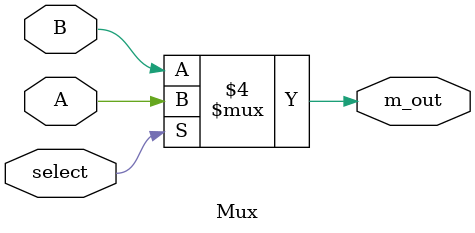
<source format=v>
module Mux(m_out, A, B, select);
output m_out;
input A,B,select;
reg m_out;
always @(A or B or select) begin //or - Not same as |
	if (select == 1) begin
		m_out = A;
	end
	else begin
		m_out = B;
	end
end
endmodule
</source>
